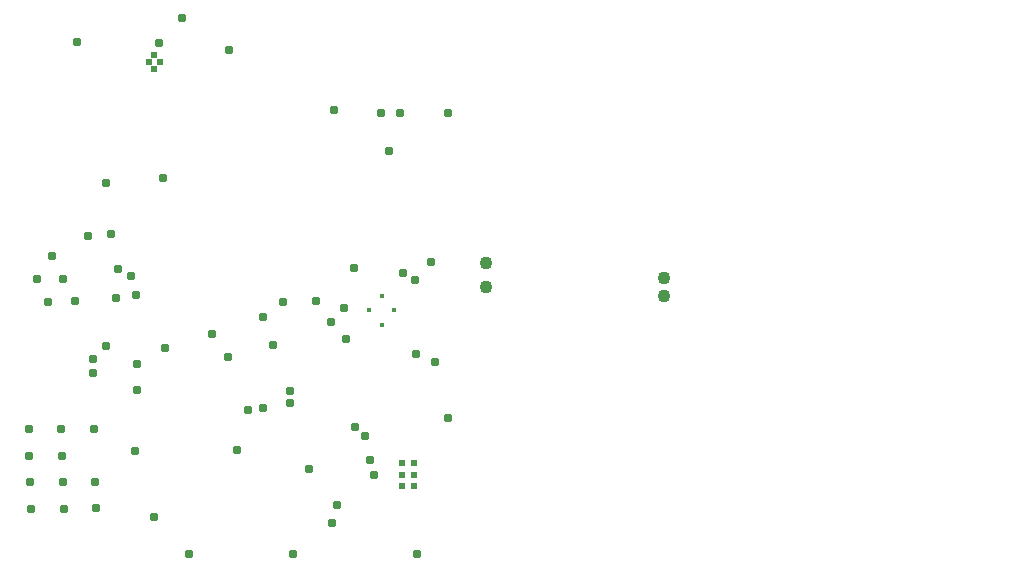
<source format=gbs>
G04*
G04 #@! TF.GenerationSoftware,Altium Limited,Altium Designer,23.7.1 (13)*
G04*
G04 Layer_Color=16711935*
%FSLAX25Y25*%
%MOIN*%
G70*
G04*
G04 #@! TF.SameCoordinates,E761BF88-05AE-44ED-84BE-F3DD1BAF6ADF*
G04*
G04*
G04 #@! TF.FilePolarity,Negative*
G04*
G01*
G75*
%ADD56C,0.02368*%
%ADD57C,0.00299*%
%ADD58C,0.03055*%
%ADD59C,0.04299*%
%ADD60C,0.01480*%
D56*
X52941Y172122D02*
D03*
Y177043D02*
D03*
X50972Y174583D02*
D03*
X54909D02*
D03*
X135433Y37008D02*
D03*
X139370D02*
D03*
X135433Y40748D02*
D03*
X139370D02*
D03*
X135433Y33268D02*
D03*
X139370D02*
D03*
D57*
X161319Y187441D02*
D03*
X331319Y17441D02*
D03*
Y187441D02*
D03*
X161319Y17441D02*
D03*
D58*
X150787Y55905D02*
D03*
X140551Y10630D02*
D03*
X150787Y157480D02*
D03*
X145276Y107874D02*
D03*
X134646Y157480D02*
D03*
X128347D02*
D03*
X139764Y101969D02*
D03*
X119291Y105905D02*
D03*
X135827Y104331D02*
D03*
X140157Y77165D02*
D03*
X146539Y74650D02*
D03*
X119685Y52870D02*
D03*
X124803Y41732D02*
D03*
X92520Y80315D02*
D03*
X125984Y37008D02*
D03*
X116929Y82284D02*
D03*
X116142Y92520D02*
D03*
X111811Y87795D02*
D03*
X131118Y144882D02*
D03*
X106693Y94882D02*
D03*
X95669Y94488D02*
D03*
X56299Y79134D02*
D03*
X46457Y44882D02*
D03*
X47095Y73909D02*
D03*
X52756Y23031D02*
D03*
X99213Y10630D02*
D03*
X64567D02*
D03*
X112205Y20866D02*
D03*
X36882Y134236D02*
D03*
X11024Y43147D02*
D03*
X22047D02*
D03*
X30709Y116535D02*
D03*
X18898Y109843D02*
D03*
X26378Y94882D02*
D03*
X17323Y94488D02*
D03*
X22441Y102362D02*
D03*
X13780D02*
D03*
X33465Y25824D02*
D03*
X22835Y25430D02*
D03*
X11811D02*
D03*
X33071Y34486D02*
D03*
X22441D02*
D03*
X11417D02*
D03*
X32677Y52202D02*
D03*
X21654D02*
D03*
X11024D02*
D03*
X55905Y135827D02*
D03*
X38583Y117323D02*
D03*
X54555Y180831D02*
D03*
X26992Y181264D02*
D03*
X62051Y189366D02*
D03*
X77807Y178524D02*
D03*
X104496Y38752D02*
D03*
X77319Y76378D02*
D03*
X36740Y79996D02*
D03*
X40236Y95878D02*
D03*
X112839Y158398D02*
D03*
X32374Y75410D02*
D03*
X40878Y105398D02*
D03*
X32492Y70784D02*
D03*
X46913Y96933D02*
D03*
X45150Y103260D02*
D03*
X80390Y45299D02*
D03*
X123000Y49764D02*
D03*
X47221Y65299D02*
D03*
X72154Y83909D02*
D03*
X84264Y58406D02*
D03*
X89067Y89429D02*
D03*
X88972Y59102D02*
D03*
X98209Y64780D02*
D03*
X98110Y60844D02*
D03*
X113634Y26791D02*
D03*
D59*
X222919Y96500D02*
D03*
X163319Y99500D02*
D03*
X222919Y102500D02*
D03*
X163319Y107500D02*
D03*
D60*
X132849Y91767D02*
D03*
X124606Y91732D02*
D03*
X128740Y86811D02*
D03*
Y96653D02*
D03*
M02*

</source>
